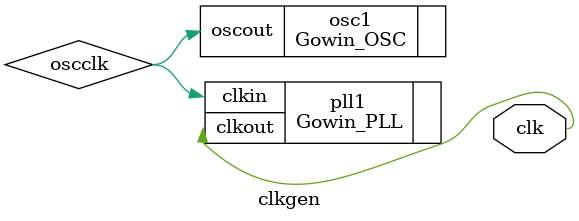
<source format=v>

module clkgen (
    output reg clk
);

//`define SIMULATION
`ifdef SIMULATION
initial clk = 0;

always #5 clk <= ~clk;

`else
wire oscclk;
// clock & PLL
Gowin_OSC osc1(
        .oscout(oscclk) //output oscout
);
Gowin_PLL pll1(
    .clkout(clk), //output clkout
    .clkin(oscclk) //input clkin
);
`endif

endmodule

</source>
